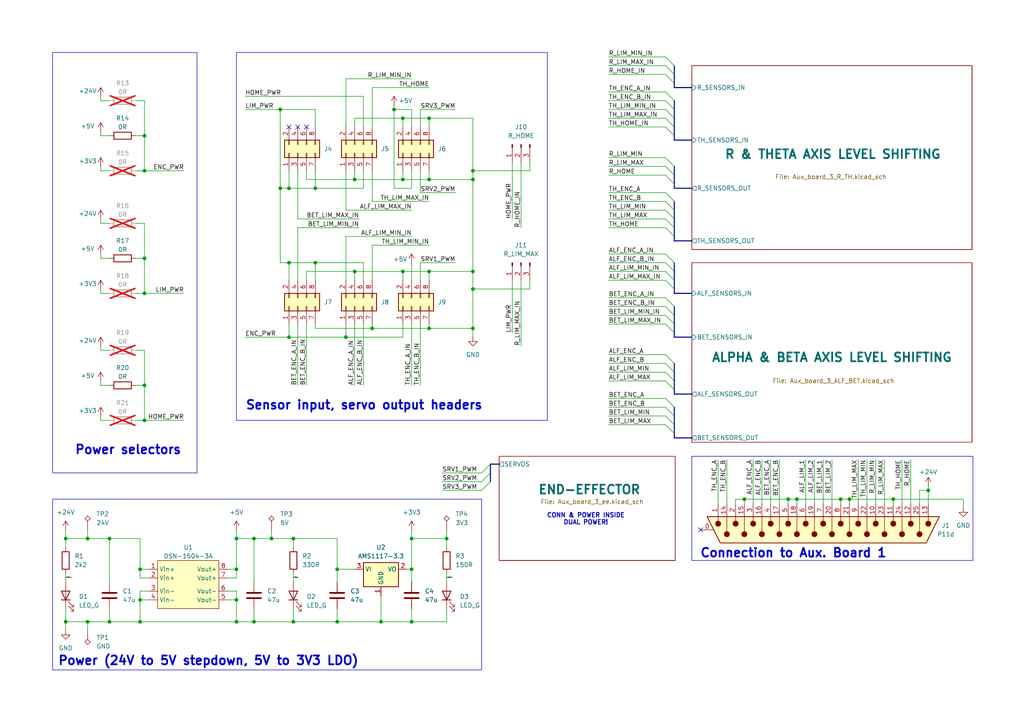
<source format=kicad_sch>
(kicad_sch (version 20231120) (generator "eeschema") (generator_version "8.0")
  (paper "A4")
  (title_block (title "Karcsi (INDACT Robot Arm) - Aux. Control Board 3") (date "2024-05-09") (rev "1.0") (company "LEGO Kör (legokor.hu)") (comment 1 "Designed by Panka Horváth, Gergely Halász, Máté Kovács") (comment 2 "Reviewed by Máté Kovács, "))
  (junction (at 137.16 49.53))
  (junction (at 68.58 156.21))
  (junction (at 31.75 156.21))
  (junction (at 19.05 180.34))
  (junction (at 114.3 31.75))
  (junction (at 259.08 144.78))
  (junction (at 137.16 83.82))
  (junction (at 91.44 54.61))
  (junction (at 215.9 144.78))
  (junction (at 97.79 165.1))
  (junction (at 110.49 180.34))
  (junction (at 41.91 121.92))
  (junction (at 41.91 85.09))
  (junction (at 81.28 54.61))
  (junction (at 243.84 144.78))
  (junction (at 124.46 34.29))
  (junction (at 137.16 52.07))
  (junction (at 85.09 180.34))
  (junction (at 231.14 144.78))
  (junction (at 116.84 78.74))
  (junction (at 228.6 144.78))
  (junction (at 73.66 180.34))
  (junction (at 31.75 180.34))
  (junction (at 41.91 39.37))
  (junction (at 124.46 95.25))
  (junction (at 91.44 76.2))
  (junction (at 73.66 156.21))
  (junction (at 119.38 156.21))
  (junction (at 41.91 49.53))
  (junction (at 19.05 156.21))
  (junction (at 41.91 74.93))
  (junction (at 100.33 97.79))
  (junction (at 102.87 52.07))
  (junction (at 40.64 180.34))
  (junction (at 107.95 95.25))
  (junction (at 124.46 52.07))
  (junction (at 116.84 52.07))
  (junction (at 119.38 180.34))
  (junction (at 97.79 180.34))
  (junction (at 40.64 173.99))
  (junction (at 83.82 54.61))
  (junction (at 129.54 156.21))
  (junction (at 269.24 142.24))
  (junction (at 124.46 78.74))
  (junction (at 137.16 95.25))
  (junction (at 25.4 180.34))
  (junction (at 83.82 76.2))
  (junction (at 137.16 78.74))
  (junction (at 68.58 165.1))
  (junction (at 40.64 165.1))
  (junction (at 81.28 31.75))
  (junction (at 68.58 173.99))
  (junction (at 85.09 156.21))
  (junction (at 68.58 180.34))
  (junction (at 25.4 156.21))
  (junction (at 246.38 144.78))
  (junction (at 78.74 156.21))
  (junction (at 102.87 78.74))
  (junction (at 119.38 165.1))
  (junction (at 116.84 34.29))
  (junction (at 83.82 97.79))
  (junction (at 41.91 111.76))
  (no_connect (at 88.9 36.83))
  (no_connect (at 83.82 36.83))
  (no_connect (at 86.36 36.83))
  (no_connect (at 203.2 153.67))
  (bus_entry (at 193.04 123.19) (size 2.54 2.54))
  (bus_entry (at 193.04 16.51) (size 2.54 2.54))
  (bus_entry (at 139.7 142.24) (size 2.54 -2.54))
  (bus_entry (at 193.04 93.98) (size 2.54 2.54))
  (bus_entry (at 193.04 88.9) (size 2.54 2.54))
  (bus_entry (at 193.04 110.49) (size 2.54 2.54))
  (bus_entry (at 193.04 105.41) (size 2.54 2.54))
  (bus_entry (at 193.04 48.26) (size 2.54 2.54))
  (bus_entry (at 193.04 63.5) (size 2.54 2.54))
  (bus_entry (at 193.04 29.21) (size 2.54 2.54))
  (bus_entry (at 193.04 73.66) (size 2.54 2.54))
  (bus_entry (at 193.04 91.44) (size 2.54 2.54))
  (bus_entry (at 193.04 118.11) (size 2.54 2.54))
  (bus_entry (at 193.04 78.74) (size 2.54 2.54))
  (bus_entry (at 193.04 45.72) (size 2.54 2.54))
  (bus_entry (at 193.04 34.29) (size 2.54 2.54))
  (bus_entry (at 139.7 139.7) (size 2.54 -2.54))
  (bus_entry (at 193.04 21.59) (size 2.54 2.54))
  (bus_entry (at 193.04 60.96) (size 2.54 2.54))
  (bus_entry (at 193.04 81.28) (size 2.54 2.54))
  (bus_entry (at 193.04 58.42) (size 2.54 2.54))
  (bus_entry (at 139.7 137.16) (size 2.54 -2.54))
  (bus_entry (at 193.04 26.67) (size 2.54 2.54))
  (bus_entry (at 193.04 115.57) (size 2.54 2.54))
  (bus_entry (at 193.04 102.87) (size 2.54 2.54))
  (bus_entry (at 193.04 107.95) (size 2.54 2.54))
  (bus_entry (at 193.04 76.2) (size 2.54 2.54))
  (bus_entry (at 193.04 66.04) (size 2.54 2.54))
  (bus_entry (at 193.04 50.8) (size 2.54 2.54))
  (bus_entry (at 193.04 36.83) (size 2.54 2.54))
  (bus_entry (at 193.04 86.36) (size 2.54 2.54))
  (bus_entry (at 193.04 120.65) (size 2.54 2.54))
  (bus_entry (at 193.04 55.88) (size 2.54 2.54))
  (bus_entry (at 193.04 19.05) (size 2.54 2.54))
  (bus_entry (at 193.04 31.75) (size 2.54 2.54))
  (wire (pts (xy 176.53 19.05) (xy 193.04 19.05)))
  (bus (pts (xy 195.58 58.42) (xy 195.58 60.96)))
  (wire (pts (xy 86.36 66.04) (xy 86.36 81.28)))
  (wire (pts (xy 124.46 95.25) (xy 124.46 93.98)))
  (wire (pts (xy 119.38 165.1) (xy 119.38 156.21)))
  (wire (pts (xy 83.82 54.61) (xy 83.82 49.53)))
  (wire (pts (xy 259.08 146.05) (xy 259.08 144.78)))
  (wire (pts (xy 215.9 144.78) (xy 228.6 144.78)))
  (wire (pts (xy 19.05 180.34) (xy 25.4 180.34)))
  (wire (pts (xy 116.84 93.98) (xy 116.84 97.79)))
  (wire (pts (xy 85.09 176.53) (xy 85.09 180.34)))
  (bus (pts (xy 195.58 36.83) (xy 195.58 39.37)))
  (bus (pts (xy 200.66 97.79) (xy 195.58 97.79)))
  (bus (pts (xy 195.58 113.03) (xy 195.58 114.3)))
  (wire (pts (xy 39.37 39.37) (xy 41.91 39.37)))
  (wire (pts (xy 102.87 93.98) (xy 102.87 111.76)))
  (wire (pts (xy 176.53 81.28) (xy 193.04 81.28)))
  (wire (pts (xy 25.4 156.21) (xy 31.75 156.21)))
  (wire (pts (xy 81.28 31.75) (xy 91.44 31.75)))
  (bus (pts (xy 200.66 69.85) (xy 195.58 69.85)))
  (wire (pts (xy 176.53 50.8) (xy 193.04 50.8)))
  (wire (pts (xy 39.37 101.6) (xy 41.91 101.6)))
  (bus (pts (xy 195.58 93.98) (xy 195.58 96.52)))
  (wire (pts (xy 176.53 110.49) (xy 193.04 110.49)))
  (wire (pts (xy 151.13 81.28) (xy 151.13 100.33)))
  (wire (pts (xy 176.53 86.36) (xy 193.04 86.36)))
  (wire (pts (xy 220.98 146.05) (xy 220.98 133.35)))
  (wire (pts (xy 176.53 63.5) (xy 193.04 63.5)))
  (wire (pts (xy 39.37 74.93) (xy 41.91 74.93)))
  (wire (pts (xy 83.82 97.79) (xy 100.33 97.79)))
  (wire (pts (xy 71.12 97.79) (xy 83.82 97.79)))
  (wire (pts (xy 132.08 76.2) (xy 121.92 76.2)))
  (bus (pts (xy 195.58 81.28) (xy 195.58 83.82)))
  (wire (pts (xy 102.87 52.07) (xy 102.87 49.53)))
  (wire (pts (xy 124.46 52.07) (xy 137.16 52.07)))
  (wire (pts (xy 31.75 49.53) (xy 29.21 49.53)))
  (wire (pts (xy 68.58 173.99) (xy 68.58 180.34)))
  (wire (pts (xy 254 133.35) (xy 254 146.05)))
  (wire (pts (xy 68.58 180.34) (xy 73.66 180.34)))
  (wire (pts (xy 105.41 76.2) (xy 105.41 81.28)))
  (bus (pts (xy 195.58 21.59) (xy 195.58 24.13)))
  (wire (pts (xy 243.84 144.78) (xy 246.38 144.78)))
  (wire (pts (xy 102.87 78.74) (xy 102.87 81.28)))
  (wire (pts (xy 116.84 52.07) (xy 102.87 52.07)))
  (wire (pts (xy 81.28 54.61) (xy 81.28 76.2)))
  (bus (pts (xy 142.24 134.62) (xy 142.24 137.16)))
  (wire (pts (xy 246.38 144.78) (xy 259.08 144.78)))
  (wire (pts (xy 266.7 146.05) (xy 266.7 142.24)))
  (wire (pts (xy 213.36 144.78) (xy 215.9 144.78)))
  (wire (pts (xy 241.3 146.05) (xy 241.3 133.35)))
  (wire (pts (xy 176.53 60.96) (xy 193.04 60.96)))
  (wire (pts (xy 31.75 121.92) (xy 29.21 121.92)))
  (wire (pts (xy 148.59 81.28) (xy 148.59 96.52)))
  (wire (pts (xy 261.62 146.05) (xy 261.62 133.35)))
  (wire (pts (xy 128.27 142.24) (xy 139.7 142.24)))
  (wire (pts (xy 43.18 171.45) (xy 40.64 171.45)))
  (wire (pts (xy 83.82 93.98) (xy 83.82 97.79)))
  (bus (pts (xy 195.58 24.13) (xy 195.58 25.4)))
  (wire (pts (xy 119.38 180.34) (xy 129.54 180.34)))
  (bus (pts (xy 195.58 68.58) (xy 195.58 69.85)))
  (wire (pts (xy 269.24 142.24) (xy 269.24 140.97)))
  (bus (pts (xy 195.58 125.73) (xy 195.58 127)))
  (wire (pts (xy 41.91 74.93) (xy 41.91 85.09)))
  (wire (pts (xy 116.84 78.74) (xy 102.87 78.74)))
  (bus (pts (xy 200.66 54.61) (xy 195.58 54.61)))
  (wire (pts (xy 81.28 54.61) (xy 83.82 54.61)))
  (wire (pts (xy 105.41 54.61) (xy 105.41 49.53)))
  (wire (pts (xy 91.44 54.61) (xy 105.41 54.61)))
  (wire (pts (xy 91.44 54.61) (xy 91.44 49.53)))
  (bus (pts (xy 195.58 53.34) (xy 195.58 54.61)))
  (wire (pts (xy 215.9 146.05) (xy 215.9 144.78)))
  (bus (pts (xy 144.78 134.62) (xy 142.24 134.62)))
  (wire (pts (xy 176.53 73.66) (xy 193.04 73.66)))
  (wire (pts (xy 19.05 158.75) (xy 19.05 156.21)))
  (wire (pts (xy 251.46 146.05) (xy 251.46 133.35)))
  (wire (pts (xy 119.38 76.2) (xy 119.38 81.28)))
  (wire (pts (xy 31.75 156.21) (xy 40.64 156.21)))
  (wire (pts (xy 243.84 146.05) (xy 243.84 144.78)))
  (wire (pts (xy 31.75 29.21) (xy 29.21 29.21)))
  (wire (pts (xy 176.53 16.51) (xy 193.04 16.51)))
  (wire (pts (xy 31.75 180.34) (xy 40.64 180.34)))
  (wire (pts (xy 121.92 76.2) (xy 121.92 81.28)))
  (wire (pts (xy 176.53 26.67) (xy 193.04 26.67)))
  (wire (pts (xy 228.6 144.78) (xy 231.14 144.78)))
  (wire (pts (xy 100.33 93.98) (xy 100.33 97.79)))
  (wire (pts (xy 31.75 74.93) (xy 29.21 74.93)))
  (wire (pts (xy 29.21 74.93) (xy 29.21 73.66)))
  (wire (pts (xy 116.84 52.07) (xy 116.84 49.53)))
  (bus (pts (xy 195.58 39.37) (xy 195.58 40.64)))
  (wire (pts (xy 81.28 54.61) (xy 81.28 31.75)))
  (wire (pts (xy 97.79 156.21) (xy 97.79 165.1)))
  (wire (pts (xy 105.41 93.98) (xy 105.41 111.76)))
  (wire (pts (xy 88.9 78.74) (xy 88.9 81.28)))
  (wire (pts (xy 176.53 66.04) (xy 193.04 66.04)))
  (wire (pts (xy 85.09 156.21) (xy 85.09 158.75)))
  (wire (pts (xy 176.53 58.42) (xy 193.04 58.42)))
  (wire (pts (xy 86.36 93.98) (xy 86.36 111.76)))
  (wire (pts (xy 31.75 39.37) (xy 29.21 39.37)))
  (bus (pts (xy 195.58 78.74) (xy 195.58 81.28)))
  (wire (pts (xy 68.58 165.1) (xy 68.58 156.21)))
  (wire (pts (xy 124.46 34.29) (xy 124.46 36.83)))
  (wire (pts (xy 119.38 22.86) (xy 100.33 22.86)))
  (wire (pts (xy 256.54 133.35) (xy 256.54 146.05)))
  (wire (pts (xy 176.53 76.2) (xy 193.04 76.2)))
  (wire (pts (xy 66.04 165.1) (xy 68.58 165.1)))
  (wire (pts (xy 213.36 146.05) (xy 213.36 144.78)))
  (bus (pts (xy 200.66 40.64) (xy 195.58 40.64)))
  (wire (pts (xy 68.58 167.64) (xy 68.58 165.1)))
  (wire (pts (xy 151.13 46.99) (xy 151.13 66.04)))
  (bus (pts (xy 200.66 85.09) (xy 195.58 85.09)))
  (bus (pts (xy 195.58 76.2) (xy 195.58 78.74)))
  (bus (pts (xy 195.58 83.82) (xy 195.58 85.09)))
  (wire (pts (xy 233.68 146.05) (xy 233.68 133.35)))
  (wire (pts (xy 31.75 85.09) (xy 29.21 85.09)))
  (bus (pts (xy 142.24 139.7) (xy 142.24 137.16)))
  (wire (pts (xy 176.53 120.65) (xy 193.04 120.65)))
  (wire (pts (xy 116.84 78.74) (xy 116.84 81.28)))
  (wire (pts (xy 39.37 85.09) (xy 41.91 85.09)))
  (wire (pts (xy 41.91 49.53) (xy 53.34 49.53)))
  (wire (pts (xy 29.21 39.37) (xy 29.21 38.1)))
  (wire (pts (xy 107.95 95.25) (xy 124.46 95.25)))
  (wire (pts (xy 29.21 64.77) (xy 29.21 63.5)))
  (wire (pts (xy 29.21 111.76) (xy 29.21 110.49)))
  (bus (pts (xy 195.58 107.95) (xy 195.58 110.49)))
  (wire (pts (xy 236.22 146.05) (xy 236.22 133.35)))
  (wire (pts (xy 40.64 173.99) (xy 43.18 173.99)))
  (wire (pts (xy 102.87 52.07) (xy 88.9 52.07)))
  (wire (pts (xy 102.87 34.29) (xy 102.87 36.83)))
  (wire (pts (xy 97.79 176.53) (xy 97.79 180.34)))
  (bus (pts (xy 195.58 88.9) (xy 195.58 91.44)))
  (wire (pts (xy 124.46 52.07) (xy 116.84 52.07)))
  (wire (pts (xy 124.46 25.4) (xy 107.95 25.4)))
  (wire (pts (xy 176.53 36.83) (xy 193.04 36.83)))
  (wire (pts (xy 116.84 34.29) (xy 102.87 34.29)))
  (wire (pts (xy 119.38 31.75) (xy 119.38 36.83)))
  (wire (pts (xy 104.14 66.04) (xy 86.36 66.04)))
  (wire (pts (xy 40.64 171.45) (xy 40.64 173.99)))
  (wire (pts (xy 226.06 146.05) (xy 226.06 133.35)))
  (wire (pts (xy 66.04 167.64) (xy 68.58 167.64)))
  (wire (pts (xy 124.46 95.25) (xy 137.16 95.25)))
  (wire (pts (xy 176.53 91.44) (xy 193.04 91.44)))
  (wire (pts (xy 119.38 68.58) (xy 100.33 68.58)))
  (wire (pts (xy 40.64 165.1) (xy 40.64 156.21)))
  (wire (pts (xy 31.75 64.77) (xy 29.21 64.77)))
  (wire (pts (xy 19.05 176.53) (xy 19.05 180.34)))
  (wire (pts (xy 118.11 165.1) (xy 119.38 165.1)))
  (bus (pts (xy 200.66 25.4) (xy 195.58 25.4)))
  (wire (pts (xy 39.37 111.76) (xy 41.91 111.76)))
  (bus (pts (xy 195.58 34.29) (xy 195.58 36.83)))
  (wire (pts (xy 41.91 85.09) (xy 53.34 85.09)))
  (wire (pts (xy 124.46 34.29) (xy 116.84 34.29)))
  (wire (pts (xy 148.59 46.99) (xy 148.59 63.5)))
  (wire (pts (xy 228.6 146.05) (xy 228.6 144.78)))
  (wire (pts (xy 78.74 156.21) (xy 85.09 156.21)))
  (wire (pts (xy 85.09 156.21) (xy 97.79 156.21)))
  (wire (pts (xy 121.92 93.98) (xy 121.92 111.76)))
  (wire (pts (xy 39.37 29.21) (xy 41.91 29.21)))
  (wire (pts (xy 41.91 101.6) (xy 41.91 111.76)))
  (wire (pts (xy 176.53 115.57) (xy 193.04 115.57)))
  (wire (pts (xy 73.66 180.34) (xy 85.09 180.34)))
  (wire (pts (xy 41.91 64.77) (xy 41.91 74.93)))
  (bus (pts (xy 195.58 29.21) (xy 195.58 31.75)))
  (wire (pts (xy 176.53 34.29) (xy 193.04 34.29)))
  (wire (pts (xy 83.82 54.61) (xy 91.44 54.61)))
  (wire (pts (xy 41.91 39.37) (xy 41.91 49.53)))
  (wire (pts (xy 176.53 105.41) (xy 193.04 105.41)))
  (bus (pts (xy 195.58 19.05) (xy 195.58 21.59)))
  (wire (pts (xy 176.53 45.72) (xy 193.04 45.72)))
  (wire (pts (xy 176.53 21.59) (xy 193.04 21.59)))
  (wire (pts (xy 223.52 146.05) (xy 223.52 133.35)))
  (bus (pts (xy 195.58 66.04) (xy 195.58 68.58)))
  (wire (pts (xy 153.67 81.28) (xy 153.67 83.82)))
  (wire (pts (xy 31.75 156.21) (xy 31.75 168.91)))
  (wire (pts (xy 114.3 31.75) (xy 114.3 54.61)))
  (wire (pts (xy 71.12 27.94) (xy 105.41 27.94)))
  (wire (pts (xy 176.53 102.87) (xy 193.04 102.87)))
  (wire (pts (xy 121.92 31.75) (xy 121.92 36.83)))
  (wire (pts (xy 78.74 153.67) (xy 78.74 156.21)))
  (wire (pts (xy 83.82 76.2) (xy 91.44 76.2)))
  (wire (pts (xy 97.79 165.1) (xy 97.79 168.91)))
  (wire (pts (xy 248.92 146.05) (xy 248.92 133.35)))
  (wire (pts (xy 176.53 48.26) (xy 193.04 48.26)))
  (wire (pts (xy 119.38 156.21) (xy 129.54 156.21)))
  (bus (pts (xy 195.58 63.5) (xy 195.58 66.04)))
  (bus (pts (xy 195.58 118.11) (xy 195.58 120.65)))
  (bus (pts (xy 200.66 114.3) (xy 195.58 114.3)))
  (wire (pts (xy 81.28 76.2) (xy 83.82 76.2)))
  (wire (pts (xy 124.46 78.74) (xy 124.46 81.28)))
  (wire (pts (xy 264.16 133.35) (xy 264.16 146.05)))
  (wire (pts (xy 19.05 180.34) (xy 19.05 182.88)))
  (wire (pts (xy 29.21 121.92) (xy 29.21 120.65)))
  (wire (pts (xy 83.82 76.2) (xy 83.82 81.28)))
  (wire (pts (xy 176.53 55.88) (xy 193.04 55.88)))
  (wire (pts (xy 31.75 111.76) (xy 29.21 111.76)))
  (wire (pts (xy 71.12 31.75) (xy 81.28 31.75)))
  (wire (pts (xy 137.16 95.25) (xy 137.16 97.79)))
  (wire (pts (xy 176.53 88.9) (xy 193.04 88.9)))
  (wire (pts (xy 110.49 172.72) (xy 110.49 180.34)))
  (wire (pts (xy 119.38 176.53) (xy 119.38 180.34)))
  (wire (pts (xy 137.16 52.07) (xy 137.16 49.53)))
  (wire (pts (xy 137.16 34.29) (xy 124.46 34.29)))
  (wire (pts (xy 137.16 49.53) (xy 137.16 34.29)))
  (wire (pts (xy 110.49 180.34) (xy 119.38 180.34)))
  (wire (pts (xy 91.44 93.98) (xy 91.44 95.25)))
  (wire (pts (xy 124.46 52.07) (xy 124.46 49.53)))
  (wire (pts (xy 97.79 165.1) (xy 102.87 165.1)))
  (wire (pts (xy 269.24 146.05) (xy 269.24 142.24)))
  (bus (pts (xy 195.58 60.96) (xy 195.58 63.5)))
  (wire (pts (xy 31.75 176.53) (xy 31.75 180.34)))
  (wire (pts (xy 39.37 49.53) (xy 41.91 49.53)))
  (wire (pts (xy 29.21 29.21) (xy 29.21 27.94)))
  (wire (pts (xy 100.33 60.96) (xy 100.33 49.53)))
  (wire (pts (xy 25.4 180.34) (xy 31.75 180.34)))
  (wire (pts (xy 88.9 93.98) (xy 88.9 111.76)))
  (wire (pts (xy 39.37 121.92) (xy 41.91 121.92)))
  (wire (pts (xy 91.44 95.25) (xy 107.95 95.25)))
  (wire (pts (xy 137.16 95.25) (xy 137.16 83.82)))
  (wire (pts (xy 29.21 85.09) (xy 29.21 83.82)))
  (wire (pts (xy 218.44 146.05) (xy 218.44 133.35)))
  (bus (pts (xy 195.58 110.49) (xy 195.58 113.03)))
  (wire (pts (xy 119.38 60.96) (xy 100.33 60.96)))
  (wire (pts (xy 231.14 146.05) (xy 231.14 144.78)))
  (bus (pts (xy 195.58 91.44) (xy 195.58 93.98)))
  (wire (pts (xy 279.4 144.78) (xy 279.4 147.32)))
  (wire (pts (xy 100.33 97.79) (xy 116.84 97.79)))
  (wire (pts (xy 119.38 165.1) (xy 119.38 168.91)))
  (wire (pts (xy 129.54 176.53) (xy 129.54 180.34)))
  (wire (pts (xy 176.53 78.74) (xy 193.04 78.74)))
  (bus (pts (xy 195.58 105.41) (xy 195.58 107.95)))
  (wire (pts (xy 85.09 166.37) (xy 85.09 168.91)))
  (wire (pts (xy 41.91 121.92) (xy 53.34 121.92)))
  (wire (pts (xy 153.67 46.99) (xy 153.67 49.53)))
  (wire (pts (xy 104.14 63.5) (xy 86.36 63.5)))
  (wire (pts (xy 129.54 156.21) (xy 129.54 158.75)))
  (wire (pts (xy 119.38 93.98) (xy 119.38 111.76)))
  (wire (pts (xy 129.54 153.67) (xy 129.54 156.21)))
  (bus (pts (xy 195.58 50.8) (xy 195.58 53.34)))
  (wire (pts (xy 91.44 76.2) (xy 91.44 81.28)))
  (wire (pts (xy 132.08 31.75) (xy 121.92 31.75)))
  (wire (pts (xy 88.9 52.07) (xy 88.9 49.53)))
  (wire (pts (xy 107.95 25.4) (xy 107.95 36.83)))
  (wire (pts (xy 68.58 156.21) (xy 73.66 156.21)))
  (wire (pts (xy 40.64 173.99) (xy 40.64 180.34)))
  (wire (pts (xy 128.27 139.7) (xy 139.7 139.7)))
  (wire (pts (xy 73.66 156.21) (xy 73.66 168.91)))
  (wire (pts (xy 129.54 166.37) (xy 129.54 168.91)))
  (wire (pts (xy 41.91 111.76) (xy 41.91 121.92)))
  (wire (pts (xy 116.84 34.29) (xy 116.84 36.83)))
  (wire (pts (xy 208.28 146.05) (xy 208.28 133.35)))
  (wire (pts (xy 41.91 29.21) (xy 41.91 39.37)))
  (wire (pts (xy 238.76 146.05) (xy 238.76 133.35)))
  (wire (pts (xy 124.46 78.74) (xy 116.84 78.74)))
  (wire (pts (xy 246.38 146.05) (xy 246.38 144.78)))
  (wire (pts (xy 29.21 101.6) (xy 29.21 100.33)))
  (wire (pts (xy 176.53 93.98) (xy 193.04 93.98)))
  (wire (pts (xy 153.67 49.53) (xy 137.16 49.53)))
  (wire (pts (xy 114.3 31.75) (xy 119.38 31.75)))
  (wire (pts (xy 114.3 30.48) (xy 114.3 31.75)))
  (wire (pts (xy 66.04 173.99) (xy 68.58 173.99)))
  (wire (pts (xy 121.92 55.88) (xy 121.92 49.53)))
  (bus (pts (xy 195.58 120.65) (xy 195.58 123.19)))
  (wire (pts (xy 73.66 156.21) (xy 78.74 156.21)))
  (wire (pts (xy 68.58 153.67) (xy 68.58 156.21)))
  (wire (pts (xy 100.33 22.86) (xy 100.33 36.83)))
  (wire (pts (xy 107.95 58.42) (xy 107.95 49.53)))
  (bus (pts (xy 195.58 48.26) (xy 195.58 50.8)))
  (wire (pts (xy 25.4 153.67) (xy 25.4 156.21)))
  (wire (pts (xy 39.37 64.77) (xy 41.91 64.77)))
  (wire (pts (xy 73.66 176.53) (xy 73.66 180.34)))
  (bus (pts (xy 195.58 31.75) (xy 195.58 34.29)))
  (wire (pts (xy 40.64 165.1) (xy 40.64 167.64)))
  (wire (pts (xy 176.53 31.75) (xy 193.04 31.75)))
  (bus (pts (xy 195.58 123.19) (xy 195.58 125.73)))
  (wire (pts (xy 124.46 58.42) (xy 107.95 58.42)))
  (wire (pts (xy 97.79 180.34) (xy 110.49 180.34)))
  (wire (pts (xy 91.44 76.2) (xy 105.41 76.2)))
  (wire (pts (xy 105.41 27.94) (xy 105.41 36.83)))
  (wire (pts (xy 176.53 107.95) (xy 193.04 107.95)))
  (wire (pts (xy 19.05 153.67) (xy 19.05 156.21)))
  (wire (pts (xy 259.08 144.78) (xy 279.4 144.78)))
  (wire (pts (xy 25.4 180.34) (xy 25.4 182.88)))
  (wire (pts (xy 43.18 165.1) (xy 40.64 165.1)))
  (wire (pts (xy 43.18 167.64) (xy 40.64 167.64)))
  (wire (pts (xy 124.46 71.12) (xy 107.95 71.12)))
  (wire (pts (xy 210.82 146.05) (xy 210.82 133.35)))
  (wire (pts (xy 31.75 101.6) (xy 29.21 101.6)))
  (wire (pts (xy 107.95 93.98) (xy 107.95 95.25)))
  (wire (pts (xy 132.08 55.88) (xy 121.92 55.88)))
  (wire (pts (xy 176.53 29.21) (xy 193.04 29.21)))
  (wire (pts (xy 66.04 171.45) (xy 68.58 171.45)))
  (wire (pts (xy 91.44 31.75) (xy 91.44 36.83)))
  (wire (pts (xy 68.58 171.45) (xy 68.58 173.99)))
  (wire (pts (xy 269.24 142.24) (xy 266.7 142.24)))
  (wire (pts (xy 137.16 83.82) (xy 137.16 78.74)))
  (wire (pts (xy 124.46 78.74) (xy 137.16 78.74)))
  (wire (pts (xy 85.09 180.34) (xy 97.79 180.34)))
  (wire (pts (xy 19.05 156.21) (xy 25.4 156.21)))
  (wire (pts (xy 86.36 63.5) (xy 86.36 49.53)))
  (wire (pts (xy 19.05 166.37) (xy 19.05 168.91)))
  (bus (pts (xy 200.66 127) (xy 195.58 127)))
  (wire (pts (xy 29.21 49.53) (xy 29.21 48.26)))
  (wire (pts (xy 176.53 123.19) (xy 193.04 123.19)))
  (wire (pts (xy 100.33 68.58) (xy 100.33 81.28)))
  (bus (pts (xy 195.58 96.52) (xy 195.58 97.79)))
  (wire (pts (xy 107.95 71.12) (xy 107.95 81.28)))
  (wire (pts (xy 153.67 83.82) (xy 137.16 83.82)))
  (wire (pts (xy 119.38 54.61) (xy 119.38 49.53)))
  (wire (pts (xy 102.87 78.74) (xy 88.9 78.74)))
  (wire (pts (xy 128.27 137.16) (xy 139.7 137.16)))
  (wire (pts (xy 114.3 54.61) (xy 119.38 54.61)))
  (wire (pts (xy 176.53 118.11) (xy 193.04 118.11)))
  (wire (pts (xy 137.16 78.74) (xy 137.16 52.07)))
  (wire (pts (xy 119.38 153.67) (xy 119.38 156.21)))
  (wire (pts (xy 40.64 180.34) (xy 68.58 180.34)))
  (wire (pts (xy 231.14 144.78) (xy 243.84 144.78)))
  (rectangle (start 15.24 15.24) (end 57.15 137.16))
  (rectangle (start 200.66 132.334) (end 282.194 162.56))
  (rectangle (start 68.58 15.24) (end 158.75 121.92))
  (rectangle (start 15.24 144.78) (end 139.7 194.31))
  (text "Power (24V to 5V stepdown, 5V to 3V3 LDO)" (at 60.452 191.77 0) (effects (font (size 2.54 2.54) (thickness 0.508) (bold yes))))
  (text "CONN & POWER INSIDE\nDUAL POWER!" (at 169.926 150.622 0) (effects (font (size 1.27 1.27) (thickness 0.254) (bold yes))))
  (text "Connection to Aux. Board 1" (at 230.124 160.528 0) (effects (font (size 2.54 2.54) (thickness 0.508) (bold yes))))
  (text "Power selectors" (at 21.59 132.08 0) (effects (font (size 2.54 2.54) (thickness 0.508) (bold yes)) (justify left bottom)))
  (text "Sensor input, servo output headers" (at 71.12 119.126 0) (effects (font (size 2.54 2.54) (thickness 0.508) (bold yes)) (justify left bottom)))
  (label "SRV3_PWM" (at 128.27 142.24 0))
  (label "BET_LIM_MIN_IN" (at 104.14 66.04 180))
  (label "TH_HOME" (at 124.46 25.4 180))
  (label "R_HOME_IN" (at 151.13 66.04 90))
  (label "SRV2_PWM" (at 132.08 55.88 180))
  (label "SRV1_PWM" (at 128.27 137.16 0))
  (label "TH_HOME" (at 261.62 133.35 270))
  (label "ENC_PWR" (at 53.34 49.53 180))
  (label "BET_LIM_MIN" (at 176.53 120.65 0))
  (label "TH_HOME_IN" (at 176.53 36.83 0))
  (label "LIM_PWR" (at 71.12 31.75 0))
  (label "TH_HOME" (at 176.53 66.04 0))
  (label "ALF_LIM_MIN_IN" (at 176.53 78.74 0))
  (label "LIM_PWR" (at 53.34 85.09 180))
  (label "ALF_LIM_1" (at 233.68 133.35 270))
  (label "ALF_LIM_MAX" (at 176.53 110.49 0))
  (label "TH_ENC_B_IN" (at 121.92 111.76 90))
  (label "SRV1_PWM" (at 132.08 76.2 180))
  (label "HOME_PWR" (at 148.59 63.5 90))
  (label "ALF_LIM_MAX_IN" (at 119.38 60.96 180))
  (label "TH_LIM_MAX_IN" (at 124.46 58.42 180))
  (label "ALF_ENC_A_IN" (at 176.53 73.66 0))
  (label "ALF_ENC_A" (at 176.53 102.87 0))
  (label "TH_ENC_A_IN" (at 119.38 111.76 90))
  (label "TH_ENC_A" (at 176.53 55.88 0))
  (label "TH_LIM_MAX" (at 176.53 63.5 0))
  (label "ALF_LIM_MAX_IN" (at 176.53 81.28 0))
  (label "TH_LIM_MIN" (at 176.53 60.96 0))
  (label "BET_ENC_B" (at 176.53 118.11 0))
  (label "BET_ENC_A_IN" (at 176.53 86.36 0))
  (label "BET_LIM_MIN_IN" (at 176.53 91.44 0))
  (label "BET_LIM_MAX_IN" (at 176.53 93.98 0))
  (label "ENC_PWR" (at 71.12 97.79 0))
  (label "ALF_ENC_A_IN" (at 102.87 111.76 90))
  (label "R_LIM_MAX" (at 256.54 133.35 270))
  (label "TH_LIM_MAX_IN" (at 176.53 34.29 0))
  (label "TH_ENC_B_IN" (at 176.53 29.21 0))
  (label "BET_ENC_A_IN" (at 86.36 111.76 90))
  (label "BET_LIM_2" (at 241.3 133.35 270))
  (label "BET_ENC_B" (at 226.06 133.35 270))
  (label "BET_ENC_A" (at 176.53 115.57 0))
  (label "R_LIM_MAX_IN" (at 151.13 100.33 90))
  (label "ALF_ENC_B" (at 176.53 105.41 0))
  (label "BET_ENC_B_IN" (at 88.9 111.76 90))
  (label "BET_LIM_1" (at 238.76 133.35 270))
  (label "HOME_PWR" (at 71.12 27.94 0))
  (label "BET_LIM_MAX_IN" (at 104.14 63.5 180))
  (label "R_LIM_MIN_IN" (at 119.38 22.86 180))
  (label "ALF_LIM_2" (at 236.22 133.35 270))
  (label "LED33_A" (at 129.54 167.64 0) (effects (font (size 0.254 0.254))))
  (label "HOME_PWR" (at 53.34 121.92 180))
  (label "LIM_PWR" (at 148.59 96.52 90))
  (label "TH_LIM_MIN_IN" (at 124.46 71.12 180))
  (label "TH_ENC_A_IN" (at 176.53 26.67 0))
  (label "R_LIM_MIN_IN" (at 176.53 16.51 0))
  (label "LED24_A" (at 19.05 167.64 0) (effects (font (size 0.254 0.254))))
  (label "R_LIM_MAX" (at 176.53 48.26 0))
  (label "R_HOME" (at 176.53 50.8 0))
  (label "R_LIM_MIN" (at 254 133.35 270))
  (label "TH_ENC_B" (at 176.53 58.42 0))
  (label "SRV2_PWM" (at 128.27 139.7 0))
  (label "TH_LIM_MAX" (at 248.92 133.35 270))
  (label "ALF_LIM_MIN" (at 176.53 107.95 0))
  (label "TH_ENC_A" (at 208.28 133.35 270))
  (label "BET_LIM_MAX" (at 176.53 123.19 0))
  (label "R_HOME" (at 264.16 133.35 270))
  (label "ALF_LIM_MIN_IN" (at 119.38 68.58 180))
  (label "BET_ENC_A" (at 223.52 133.35 270))
  (label "SRV3_PWM" (at 132.08 31.75 180))
  (label "R_LIM_MIN" (at 176.53 45.72 0))
  (label "R_HOME_IN" (at 176.53 21.59 0))
  (label "ALF_ENC_A" (at 218.44 133.35 270))
  (label "TH_LIM_MIN" (at 251.46 133.35 270))
  (label "TH_LIM_MIN_IN" (at 176.53 31.75 0))
  (label "BET_ENC_B_IN" (at 176.53 88.9 0))
  (label "R_LIM_MAX_IN" (at 176.53 19.05 0))
  (label "TH_ENC_B" (at 210.82 133.35 270))
  (label "ALF_ENC_B_IN" (at 105.41 111.76 90))
  (label "ALF_ENC_B" (at 220.98 133.35 270))
  (label "LED5_A" (at 85.09 167.64 0) (effects (font (size 0.254 0.254))))
  (label "ALF_ENC_B_IN" (at 176.53 76.2 0))
  (symbol (lib_id "Device:R") (at 35.56 111.76 90) (unit 1)
    (property "Reference" "R20" (at 35.56 106.68 90))
    (property "Value" "0R" (at 35.56 109.22 90))
    (property "Footprint" "Resistor_SMD:R_0805_2012Metric_Pad1.20x1.40mm_HandSolder" (effects (hide yes)))
    (property "Description" "Resistor" (effects (hide yes)))
    (property "Supplier" "LCSC" (effects (hide yes)))
    (property "Supplier URL" "https://www.lcsc.com/product-detail/Chip-Resistor-Surface-Mount_Viking-Tech-CR-05FL7-0R_C304192.html" (effects (hide yes)))
    (property "Supplier item no" "C304192" (effects (hide yes)))
    (property "Sourced" "0" (effects (hide yes)))
  )
  (symbol (lib_id "Device:C") (at 119.38 172.72 0) (unit 1)
    (property "Reference" "C4" (at 123.19 171.4499 0) (effects (justify left)))
    (property "Value" "47u" (at 123.19 173.9899 0) (effects (justify left)))
    (property "Footprint" "Capacitor_SMD:C_0805_2012Metric_Pad1.18x1.45mm_HandSolder" (effects (hide yes)))
    (property "Description" "Unpolarized capacitor" (effects (hide yes)))
    (property "Supplier" "Lomex" (effects (hide yes)))
    (property "Supplier URL" "https://lomex.hu/hu/webshop/#/search,82-11-74/stype,1" (effects (hide yes)))
    (property "Supplier item no" "82-11-74" (effects (hide yes)))
    (property "Sourced" "0" (effects (hide yes)))
  )
  (symbol (lib_id "Connector_Generic:Conn_02x04_Odd_Even") (at 119.38 88.9 90) (unit 1)
    (property "Reference" "J9" (at 127 87.6299 90) (effects (justify right)))
    (property "Footprint" "Connector_PinHeader_2.54mm:PinHeader_2x04_P2.54mm_Horizontal" (effects (hide yes)))
    (property "Description" "Generic connector, double row, 02x04, odd/even pin numbering scheme (row 1 odd numbers, row 2 even numbers), script generated (kicad-library-utils/schlib/autogen/connector/)" (effects (hide yes)))
    (property "Sourced" "0" (effects (hide yes)))
    (property "Supplier" "LCSC" (effects (hide yes)))
    (property "Supplier item no" "C492432" (effects (hide yes)))
  )
  (symbol (lib_id "Device:C") (at 31.75 172.72 0) (unit 1)
    (property "Reference" "C1" (at 35.56 171.4499 0) (effects (justify left)))
    (property "Value" "47u" (at 35.56 173.9899 0) (effects (justify left)))
    (property "Footprint" "Capacitor_SMD:C_0805_2012Metric_Pad1.18x1.45mm_HandSolder" (effects (hide yes)))
    (property "Description" "Unpolarized capacitor" (effects (hide yes)))
    (property "Supplier" "Lomex" (effects (hide yes)))
    (property "Supplier URL" "https://lomex.hu/hu/webshop/#/search,82-11-74/stype,1" (effects (hide yes)))
    (property "Supplier item no" "82-11-74" (effects (hide yes)))
    (property "Sourced" "0" (effects (hide yes)))
  )
  (symbol (lib_id "Device:LED") (at 85.09 172.72 90) (unit 1)
    (property "Reference" "D2" (at 88.9 173.0374 90) (effects (justify right)))
    (property "Value" "LED_G" (at 88.9 175.5774 90) (effects (justify right)))
    (property "Footprint" "LED_SMD:LED_0805_2012Metric_Pad1.15x1.40mm_HandSolder" (effects (hide yes)))
    (property "Datasheet" "https://mm.digikey.com/Volume0/opasdata/d220001/medias/docus/3804/B1701NG--20D000314U1930.pdf" (effects (hide yes)))
    (property "Description" "Light emitting diode" (effects (hide yes)))
    (property "Supplier" "DigiKey" (effects (hide yes)))
    (property "Supplier URL" "https://www.digikey.hu/hu/products/detail/harvatek-corporation/B1701NG-20D000314U1930/16671738" (effects (hide yes)))
    (property "Supplier item no" "3147-B1701NG--20D000314U1930CT-ND" (effects (hide yes)))
    (property "Sourced" "1" (effects (hide yes)))
  )
  (symbol (lib_id "power:+24V") (at 29.21 27.94 0) (unit 1)
    (property "Reference" "#PWR09" (effects (hide yes)))
    (property "Value" "+24V" (at 25.4 26.416 0))
    (property "Description" "Power symbol creates a global label with name \"+24V\"" (effects (hide yes)))
  )
  (symbol (lib_id "power:+5V") (at 119.38 76.2 0) (unit 1)
    (property "Reference" "#PWR040" (effects (hide yes)))
    (property "Value" "+5V" (at 116.078 75.184 0))
    (property "Description" "Power symbol creates a global label with name \"+5V\"" (effects (hide yes)))
  )
  (symbol (lib_id "power:+5V") (at 114.3 30.48 0) (unit 1)
    (property "Reference" "#PWR039" (effects (hide yes)))
    (property "Value" "+5V" (at 117.602 29.21 0))
    (property "Description" "Power symbol creates a global label with name \"+5V\"" (effects (hide yes)))
  )
  (symbol (lib_id "Connector:TestPoint_Alt") (at 25.4 153.67 0) (unit 1)
    (property "Reference" "TP2" (at 27.94 149.0979 0) (effects (justify left)))
    (property "Value" "24V" (at 27.94 151.6379 0) (effects (justify left)))
    (property "Footprint" "TestPoint:TestPoint_Pad_2.0x2.0mm" (effects (hide yes)))
    (property "Description" "test point (alternative shape)" (effects (hide yes)))
    (property "Supplier" "-" (effects (hide yes)))
    (property "Supplier URL" "-" (effects (hide yes)))
    (property "Supplier item no" "-" (effects (hide yes)))
    (property "Sourced" "-" (effects (hide yes)))
  )
  (symbol (lib_id "Device:R") (at 35.56 49.53 90) (unit 1) (dnp yes)
    (property "Reference" "R15" (at 35.56 44.45 90))
    (property "Value" "0R" (at 35.56 46.99 90))
    (property "Footprint" "Resistor_SMD:R_0805_2012Metric_Pad1.20x1.40mm_HandSolder" (effects (hide yes)))
    (property "Description" "Resistor" (effects (hide yes)))
    (property "Supplier" "LCSC" (effects (hide yes)))
    (property "Supplier URL" "https://www.lcsc.com/product-detail/Chip-Resistor-Surface-Mount_Viking-Tech-CR-05FL7-0R_C304192.html" (effects (hide yes)))
    (property "Supplier item no" "C304192" (effects (hide yes)))
    (property "Sourced" "0" (effects (hide yes)))
  )
  (symbol (lib_id "Device:R") (at 35.56 121.92 90) (unit 1) (dnp yes)
    (property "Reference" "R21" (at 35.56 116.84 90))
    (property "Value" "0R" (at 35.56 119.38 90))
    (property "Footprint" "Resistor_SMD:R_0805_2012Metric_Pad1.20x1.40mm_HandSolder" (effects (hide yes)))
    (property "Description" "Resistor" (effects (hide yes)))
    (property "Supplier" "LCSC" (effects (hide yes)))
    (property "Supplier URL" "https://www.lcsc.com/product-detail/Chip-Resistor-Surface-Mount_Viking-Tech-CR-05FL7-0R_C304192.html" (effects (hide yes)))
    (property "Supplier item no" "C304192" (effects (hide yes)))
    (property "Sourced" "0" (effects (hide yes)))
  )
  (symbol (lib_id "power:+24V") (at 19.05 153.67 0) (unit 1)
    (property "Reference" "#PWR01" (effects (hide yes)))
    (property "Value" "+24V" (at 19.05 148.59 0))
    (property "Description" "Power symbol creates a global label with name \"+24V\"" (effects (hide yes)))
  )
  (symbol (lib_id "Device:C") (at 73.66 172.72 0) (unit 1)
    (property "Reference" "C2" (at 77.47 171.4499 0) (effects (justify left)))
    (property "Value" "47u" (at 77.47 173.9899 0) (effects (justify left)))
    (property "Footprint" "Capacitor_SMD:C_0805_2012Metric_Pad1.18x1.45mm_HandSolder" (effects (hide yes)))
    (property "Description" "Unpolarized capacitor" (effects (hide yes)))
    (property "Supplier" "Lomex" (effects (hide yes)))
    (property "Supplier URL" "https://lomex.hu/hu/webshop/#/search,82-11-74/stype,1" (effects (hide yes)))
    (property "Supplier item no" "82-11-74" (effects (hide yes)))
    (property "Sourced" "0" (effects (hide yes)))
  )
  (symbol (lib_id "Regulator_Linear:AMS1117-3.3") (at 110.49 165.1 0) (unit 1)
    (property "Reference" "U2" (at 110.49 158.75 0))
    (property "Value" "AMS1117-3.3" (at 110.49 161.29 0))
    (property "Footprint" "Package_TO_SOT_SMD:SOT-223-3_TabPin2" (effects (hide yes)))
    (property "Datasheet" "http://www.advanced-monolithic.com/pdf/ds1117.pdf" (effects (hide yes)))
    (property "Description" "1A Low Dropout regulator, positive, 3.3V fixed output, SOT-223" (effects (hide yes)))
    (property "Supplier" "LCSC" (effects (hide yes)))
    (property "Supplier URL" "https://www.lcsc.com/product-detail/Linear-Voltage-Regulators-LDO_Advanced-Monolithic-Systems-AMS1117-3-3_C6186.html" (effects (hide yes)))
    (property "Supplier item no" "C6186" (effects (hide yes)))
    (property "Sourced" "0" (effects (hide yes)))
  )
  (symbol (lib_id "Device:LED") (at 129.54 172.72 90) (unit 1)
    (property "Reference" "D3" (at 133.35 173.0374 90) (effects (justify right)))
    (property "Value" "LED_G" (at 133.35 175.5774 90) (effects (justify right)))
    (property "Footprint" "LED_SMD:LED_0805_2012Metric_Pad1.15x1.40mm_HandSolder" (effects (hide yes)))
    (property "Datasheet" "https://mm.digikey.com/Volume0/opasdata/d220001/medias/docus/3804/B1701NG--20D000314U1930.pdf" (effects (hide yes)))
    (property "Description" "Light emitting diode" (effects (hide yes)))
    (property "Supplier" "DigiKey" (effects (hide yes)))
    (property "Supplier URL" "https://www.digikey.hu/hu/products/detail/harvatek-corporation/B1701NG-20D000314U1930/16671738" (effects (hide yes)))
    (property "Supplier item no" "3147-B1701NG--20D000314U1930CT-ND" (effects (hide yes)))
    (property "Sourced" "1" (effects (hide yes)))
  )
  (symbol (lib_id "Connector:DB25_Plug_MountingHoles") (at 238.76 153.67 270) (unit 1)
    (property "Reference" "J1" (at 274.32 152.4 90))
    (property "Value" "P11d" (at 274.32 154.94 90))
    (property "Footprint" "Connector_Dsub:DSUB-25_Male_Horizontal_P2.77x2.84mm_EdgePinOffset7.70mm_Housed_MountingHolesOffset9.12mm" (effects (hide yes)))
    (property "Datasheet" " ~" (effects (hide yes)))
    (property "Description" "25-pin male plug pin D-SUB connector, Mounting Hole" (effects (hide yes)))
    (property "Supplier" "LEGOlab" (effects (hide yes)))
    (property "Supplier URL" "-" (effects (hide yes)))
    (property "Supplier item no" "-" (effects (hide yes)))
    (property "Sourced" "1" (effects (hide yes)))
  )
  (symbol (lib_id "power:+5V") (at 29.21 110.49 0) (unit 1)
    (property "Reference" "#PWR017" (effects (hide yes)))
    (property "Value" "+5V" (at 25.4 108.966 0))
    (property "Description" "Power symbol creates a global label with name \"+5V\"" (effects (hide yes)))
  )
  (symbol (lib_id "Connector_Generic:Conn_02x04_Odd_Even") (at 102.87 44.45 90) (unit 1)
    (property "Reference" "J5" (at 110.49 43.1799 90) (effects (justify right)))
    (property "Footprint" "Connector_PinHeader_2.54mm:PinHeader_2x04_P2.54mm_Horizontal" (effects (hide yes)))
    (property "Description" "Generic connector, double row, 02x04, odd/even pin numbering scheme (row 1 odd numbers, row 2 even numbers), script generated (kicad-library-utils/schlib/autogen/connector/)" (effects (hide yes)))
    (property "Sourced" "0" (effects (hide yes)))
    (property "Supplier" "LCSC" (effects (hide yes)))
    (property "Supplier item no" "C492432" (effects (hide yes)))
  )
  (symbol (lib_id "Device:R") (at 85.09 162.56 0) (unit 1)
    (property "Reference" "R2" (at 87.63 161.2899 0) (effects (justify left)))
    (property "Value" "330R" (at 87.63 163.8299 0) (effects (justify left)))
    (property "Footprint" "Resistor_SMD:R_0805_2012Metric_Pad1.20x1.40mm_HandSolder" (effects (hide yes)))
    (property "Description" "Resistor" (effects (hide yes)))
    (property "Supplier" "Lomex" (effects (hide yes)))
    (property "Supplier item no" "81-10-81" (effects (hide yes)))
    (property "Sourced" "1" (effects (hide yes)))
  )
  (symbol (lib_id "power:GND") (at 137.16 97.79 0) (unit 1)
    (property "Reference" "#PWR038" (effects (hide yes)))
    (property "Value" "GND" (at 137.16 102.87 0))
    (property "Description" "Power symbol creates a global label with name \"GND\" , ground" (effects (hide yes)))
  )
  (symbol (lib_id "Device:R") (at 35.56 85.09 90) (unit 1) (dnp yes)
    (property "Reference" "R18" (at 35.56 80.01 90))
    (property "Value" "0R" (at 35.56 82.55 90))
    (property "Footprint" "Resistor_SMD:R_0805_2012Metric_Pad1.20x1.40mm_HandSolder" (effects (hide yes)))
    (property "Description" "Resistor" (effects (hide yes)))
    (property "Supplier" "LCSC" (effects (hide yes)))
    (property "Supplier URL" "https://www.lcsc.com/product-detail/Chip-Resistor-Surface-Mount_Viking-Tech-CR-05FL7-0R_C304192.html" (effects (hide yes)))
    (property "Supplier item no" "C304192" (effects (hide yes)))
    (property "Sourced" "0" (effects (hide yes)))
  )
  (symbol (lib_id "Device:R") (at 35.56 74.93 90) (unit 1)
    (property "Reference" "R17" (at 35.56 69.85 90))
    (property "Value" "0R" (at 35.56 72.39 90))
    (property "Footprint" "Resistor_SMD:R_0805_2012Metric_Pad1.20x1.40mm_HandSolder" (effects (hide yes)))
    (property "Description" "Resistor" (effects (hide yes)))
    (property "Supplier" "LCSC" (effects (hide yes)))
    (property "Supplier URL" "https://www.lcsc.com/product-detail/Chip-Resistor-Surface-Mount_Viking-Tech-CR-05FL7-0R_C304192.html" (effects (hide yes)))
    (property "Supplier item no" "C304192" (effects (hide yes)))
    (property "Sourced" "0" (effects (hide yes)))
  )
  (symbol (lib_id "Connector:Conn_01x03_Pin") (at 151.13 41.91 90) (mirror x) (unit 1)
    (property "Reference" "J10" (at 151.13 36.83 90))
    (property "Value" "R_HOME" (at 151.13 39.37 90))
    (property "Footprint" "Connector_PinHeader_2.54mm:PinHeader_1x03_P2.54mm_Horizontal" (effects (hide yes)))
    (property "Description" "Generic connector, single row, 01x03, script generated" (effects (hide yes)))
  )
  (symbol (lib_id "Connector_Generic:Conn_02x04_Odd_Even") (at 119.38 44.45 90) (unit 1)
    (property "Reference" "J6" (at 127 43.1799 90) (effects (justify right)))
    (property "Footprint" "Connector_PinHeader_2.54mm:PinHeader_2x04_P2.54mm_Horizontal" (effects (hide yes)))
    (property "Description" "Generic connector, double row, 02x04, odd/even pin numbering scheme (row 1 odd numbers, row 2 even numbers), script generated (kicad-library-utils/schlib/autogen/connector/)" (effects (hide yes)))
    (property "Sourced" "0" (effects (hide yes)))
    (property "Supplier" "LCSC" (effects (hide yes)))
    (property "Supplier item no" "C492432" (effects (hide yes)))
  )
  (symbol (lib_id "power:GND") (at 279.4 147.32 0) (unit 1)
    (property "Reference" "#PWR06" (effects (hide yes)))
    (property "Value" "GND" (at 279.4 152.4 0))
    (property "Description" "Power symbol creates a global label with name \"GND\" , ground" (effects (hide yes)))
  )
  (symbol (lib_id "Device:R") (at 35.56 29.21 90) (unit 1) (dnp yes)
    (property "Reference" "R13" (at 35.56 24.13 90))
    (property "Value" "0R" (at 35.56 26.67 90))
    (property "Footprint" "Resistor_SMD:R_0805_2012Metric_Pad1.20x1.40mm_HandSolder" (effects (hide yes)))
    (property "Description" "Resistor" (effects (hide yes)))
    (property "Supplier" "LCSC" (effects (hide yes)))
    (property "Supplier URL" "https://www.lcsc.com/product-detail/Chip-Resistor-Surface-Mount_Viking-Tech-CR-05FL7-0R_C304192.html" (effects (hide yes)))
    (property "Supplier item no" "C304192" (effects (hide yes)))
    (property "Sourced" "0" (effects (hide yes)))
  )
  (symbol (lib_id "Connector:Conn_01x03_Pin") (at 151.13 76.2 90) (mirror x) (unit 1)
    (property "Reference" "J11" (at 151.13 71.12 90))
    (property "Value" "R_LIM_MAX" (at 151.13 73.66 90))
    (property "Footprint" "Connector_PinHeader_2.54mm:PinHeader_1x03_P2.54mm_Horizontal" (effects (hide yes)))
    (property "Description" "Generic connector, single row, 01x03, script generated" (effects (hide yes)))
  )
  (symbol (lib_id "Device:R") (at 35.56 64.77 90) (unit 1) (dnp yes)
    (property "Reference" "R16" (at 35.56 59.69 90))
    (property "Value" "0R" (at 35.56 62.23 90))
    (property "Footprint" "Resistor_SMD:R_0805_2012Metric_Pad1.20x1.40mm_HandSolder" (effects (hide yes)))
    (property "Description" "Resistor" (effects (hide yes)))
    (property "Supplier" "LCSC" (effects (hide yes)))
    (property "Supplier URL" "https://www.lcsc.com/product-detail/Chip-Resistor-Surface-Mount_Viking-Tech-CR-05FL7-0R_C304192.html" (effects (hide yes)))
    (property "Supplier item no" "C304192" (effects (hide yes)))
    (property "Sourced" "0" (effects (hide yes)))
  )
  (symbol (lib_id "power:+3V3") (at 29.21 48.26 0) (unit 1)
    (property "Reference" "#PWR011" (effects (hide yes)))
    (property "Value" "+3V3" (at 25.4 46.736 0))
    (property "Description" "Power symbol creates a global label with name \"+3V3\"" (effects (hide yes)))
  )
  (symbol (lib_id "power:+24V") (at 269.24 140.97 0) (unit 1)
    (property "Reference" "#PWR05" (effects (hide yes)))
    (property "Value" "+24V" (at 269.24 136.906 0))
    (property "Description" "Power symbol creates a global label with name \"+24V\"" (effects (hide yes)))
  )
  (symbol (lib_id "power_modules:DSN-1504-3A") (at 54.61 170.18 0) (unit 1)
    (property "Reference" "U1" (at 54.61 158.75 0))
    (property "Value" "DSN-1504-3A" (at 54.61 161.29 0))
    (property "Footprint" "power_modules:DSN-1504-3A" (effects (hide yes)))
    (property "Datasheet" "https://www.hestore.hu/prod_getfile.php?id=10201" (effects (hide yes)))
    (property "Supplier" "Hestore" (effects (hide yes)))
    (property "Supplier URL" "https://www.hestore.hu/prod_10038118.html" (effects (hide yes)))
    (property "Supplier item no" "100.381.18" (effects (hide yes)))
    (property "Sourced" "0" (effects (hide yes)))
  )
  (symbol (lib_id "Device:R") (at 129.54 162.56 0) (unit 1)
    (property "Reference" "R3" (at 132.08 161.2899 0) (effects (justify left)))
    (property "Value" "150R" (at 132.08 163.8299 0) (effects (justify left)))
    (property "Footprint" "Resistor_SMD:R_0805_2012Metric_Pad1.20x1.40mm_HandSolder" (effects (hide yes)))
    (property "Description" "Resistor" (effects (hide yes)))
    (property "Supplier" "Lomex" (effects (hide yes)))
    (property "Supplier item no" "81-10-77" (effects (hide yes)))
    (property "Sourced" "1" (effects (hide yes)))
  )
  (symbol (lib_id "Connector:TestPoint_Alt") (at 78.74 153.67 0) (unit 1)
    (property "Reference" "TP3" (at 81.28 149.0979 0) (effects (justify left)))
    (property "Value" "5V" (at 81.28 151.6379 0) (effects (justify left)))
    (property "Footprint" "TestPoint:TestPoint_Pad_2.0x2.0mm" (effects (hide yes)))
    (property "Description" "test point (alternative shape)" (effects (hide yes)))
    (property "Supplier" "-" (effects (hide yes)))
    (property "Supplier URL" "-" (effects (hide yes)))
    (property "Supplier item no" "-" (effects (hide yes)))
    (property "Sourced" "-" (effects (hide yes)))
  )
  (symbol (lib_id "power:+3V3") (at 119.38 153.67 0) (unit 1)
    (property "Reference" "#PWR04" (effects (hide yes)))
    (property "Value" "+3V3" (at 119.38 148.59 0))
    (property "Description" "Power symbol creates a global label with name \"+3V3\"" (effects (hide yes)))
  )
  (symbol (lib_id "power:+24V") (at 29.21 100.33 0) (unit 1)
    (property "Reference" "#PWR016" (effects (hide yes)))
    (property "Value" "+24V" (at 25.4 98.806 0))
    (property "Description" "Power symbol creates a global label with name \"+24V\"" (effects (hide yes)))
  )
  (symbol (lib_id "power:+3V3") (at 29.21 83.82 0) (unit 1)
    (property "Reference" "#PWR015" (effects (hide yes)))
    (property "Value" "+3V3" (at 25.4 82.296 0))
    (property "Description" "Power symbol creates a global label with name \"+3V3\"" (effects (hide yes)))
  )
  (symbol (lib_id "Device:R") (at 35.56 101.6 90) (unit 1) (dnp yes)
    (property "Reference" "R19" (at 35.56 96.52 90))
    (property "Value" "0R" (at 35.56 99.06 90))
    (property "Footprint" "Resistor_SMD:R_0805_2012Metric_Pad1.20x1.40mm_HandSolder" (effects (hide yes)))
    (property "Description" "Resistor" (effects (hide yes)))
    (property "Supplier" "LCSC" (effects (hide yes)))
    (property "Supplier URL" "https://www.lcsc.com/product-detail/Chip-Resistor-Surface-Mount_Viking-Tech-CR-05FL7-0R_C304192.html" (effects (hide yes)))
    (property "Supplier item no" "C304192" (effects (hide yes)))
    (property "Sourced" "0" (effects (hide yes)))
  )
  (symbol (lib_id "power:+5V") (at 68.58 153.67 0) (unit 1)
    (property "Reference" "#PWR03" (effects (hide yes)))
    (property "Value" "+5V" (at 68.58 148.59 0))
    (property "Description" "Power symbol creates a global label with name \"+5V\"" (effects (hide yes)))
  )
  (symbol (lib_id "Connector_Generic:Conn_02x04_Odd_Even") (at 102.87 88.9 90) (unit 1)
    (property "Reference" "J8" (at 110.49 87.6299 90) (effects (justify right)))
    (property "Footprint" "Connector_PinHeader_2.54mm:PinHeader_2x04_P2.54mm_Horizontal" (effects (hide yes)))
    (property "Description" "Generic connector, double row, 02x04, odd/even pin numbering scheme (row 1 odd numbers, row 2 even numbers), script generated (kicad-library-utils/schlib/autogen/connector/)" (effects (hide yes)))
    (property "Sourced" "0" (effects (hide yes)))
    (property "Supplier" "LCSC" (effects (hide yes)))
    (property "Supplier item no" "C492432" (effects (hide yes)))
  )
  (symbol (lib_id "power:+24V") (at 29.21 63.5 0) (unit 1)
    (property "Reference" "#PWR013" (effects (hide yes)))
    (property "Value" "+24V" (at 25.4 61.976 0))
    (property "Description" "Power symbol creates a global label with name \"+24V\"" (effects (hide yes)))
  )
  (symbol (lib_id "power:+5V") (at 29.21 38.1 0) (unit 1)
    (property "Reference" "#PWR010" (effects (hide yes)))
    (property "Value" "+5V" (at 25.4 36.576 0))
    (property "Description" "Power symbol creates a global label with name \"+5V\"" (effects (hide yes)))
  )
  (symbol (lib_id "power:+3V3") (at 29.21 120.65 0) (unit 1)
    (property "Reference" "#PWR018" (effects (hide yes)))
    (property "Value" "+3V3" (at 25.4 119.126 0))
    (property "Description" "Power symbol creates a global label with name \"+3V3\"" (effects (hide yes)))
  )
  (symbol (lib_id "Connector_Generic:Conn_02x04_Odd_Even") (at 86.36 88.9 90) (unit 1)
    (property "Reference" "J7" (at 93.98 87.6299 90) (effects (justify right)))
    (property "Footprint" "Connector_PinHeader_2.54mm:PinHeader_2x04_P2.54mm_Horizontal" (effects (hide yes)))
    (property "Description" "Generic connector, double row, 02x04, odd/even pin numbering scheme (row 1 odd numbers, row 2 even numbers), script generated (kicad-library-utils/schlib/autogen/connector/)" (effects (hide yes)))
    (property "Sourced" "0" (effects (hide yes)))
    (property "Supplier" "LCSC" (effects (hide yes)))
    (property "Supplier item no" "C492432" (effects (hide yes)))
  )
  (symbol (lib_id "Device:LED") (at 19.05 172.72 90) (unit 1)
    (property "Reference" "D1" (at 22.86 173.0374 90) (effects (justify right)))
    (property "Value" "LED_G" (at 22.86 175.5774 90) (effects (justify right)))
    (property "Footprint" "LED_SMD:LED_0805_2012Metric_Pad1.15x1.40mm_HandSolder" (effects (hide yes)))
    (property "Datasheet" "https://mm.digikey.com/Volume0/opasdata/d220001/medias/docus/3804/B1701NG--20D000314U1930.pdf" (effects (hide yes)))
    (property "Description" "Light emitting diode" (effects (hide yes)))
    (property "Supplier" "DigiKey" (effects (hide yes)))
    (property "Supplier URL" "https://www.digikey.hu/hu/products/detail/harvatek-corporation/B1701NG-20D000314U1930/16671738" (effects (hide yes)))
    (property "Supplier item no" "3147-B1701NG--20D000314U1930CT-ND" (effects (hide yes)))
    (property "Sourced" "1" (effects (hide yes)))
  )
  (symbol (lib_id "power:+5V") (at 29.21 73.66 0) (unit 1)
    (property "Reference" "#PWR014" (effects (hide yes)))
    (property "Value" "+5V" (at 25.4 72.136 0))
    (property "Description" "Power symbol creates a global label with name \"+5V\"" (effects (hide yes)))
  )
  (symbol (lib_id "Connector:TestPoint_Alt") (at 25.4 182.88 180) (unit 1)
    (property "Reference" "TP1" (at 27.94 184.9119 0) (effects (justify right)))
    (property "Value" "GND" (at 27.94 187.4519 0) (effects (justify right)))
    (property "Footprint" "TestPoint:TestPoint_Pad_2.0x2.0mm" (effects (hide yes)))
    (property "Description" "test point (alternative shape)" (effects (hide yes)))
    (property "Supplier" "-" (effects (hide yes)))
    (property "Supplier URL" "-" (effects (hide yes)))
    (property "Supplier item no" "-" (effects (hide yes)))
    (property "Sourced" "-" (effects (hide yes)))
  )
  (symbol (lib_id "Connector:TestPoint_Alt") (at 129.54 153.67 0) (unit 1)
    (property "Reference" "TP4" (at 132.08 149.0979 0) (effects (justify left)))
    (property "Value" "3V3" (at 132.08 151.6379 0) (effects (justify left)))
    (property "Footprint" "TestPoint:TestPoint_Pad_2.0x2.0mm" (effects (hide yes)))
    (property "Description" "test point (alternative shape)" (effects (hide yes)))
    (property "Supplier" "-" (effects (hide yes)))
    (property "Supplier URL" "-" (effects (hide yes)))
    (property "Supplier item no" "-" (effects (hide yes)))
    (property "Sourced" "-" (effects (hide yes)))
  )
  (symbol (lib_id "Device:R") (at 35.56 39.37 90) (unit 1)
    (property "Reference" "R14" (at 35.56 34.29 90))
    (property "Value" "0R" (at 35.56 36.83 90))
    (property "Footprint" "Resistor_SMD:R_0805_2012Metric_Pad1.20x1.40mm_HandSolder" (effects (hide yes)))
    (property "Description" "Resistor" (effects (hide yes)))
    (property "Supplier" "LCSC" (effects (hide yes)))
    (property "Supplier URL" "https://www.lcsc.com/product-detail/Chip-Resistor-Surface-Mount_Viking-Tech-CR-05FL7-0R_C304192.html" (effects (hide yes)))
    (property "Supplier item no" "C304192" (effects (hide yes)))
    (property "Sourced" "0" (effects (hide yes)))
  )
  (symbol (lib_id "Device:C") (at 97.79 172.72 0) (unit 1)
    (property "Reference" "C3" (at 101.6 171.4499 0) (effects (justify left)))
    (property "Value" "47u" (at 101.6 173.9899 0) (effects (justify left)))
    (property "Footprint" "Capacitor_SMD:C_0805_2012Metric_Pad1.18x1.45mm_HandSolder" (effects (hide yes)))
    (property "Description" "Unpolarized capacitor" (effects (hide yes)))
    (property "Supplier" "Lomex" (effects (hide yes)))
    (property "Supplier URL" "https://lomex.hu/hu/webshop/#/search,82-11-74/stype,1" (effects (hide yes)))
    (property "Supplier item no" "82-11-74" (effects (hide yes)))
    (property "Sourced" "0" (effects (hide yes)))
  )
  (symbol (lib_id "Connector_Generic:Conn_02x04_Odd_Even") (at 86.36 44.45 90) (unit 1)
    (property "Reference" "J4" (at 93.98 43.1799 90) (effects (justify right)))
    (property "Footprint" "Connector_PinHeader_2.54mm:PinHeader_2x04_P2.54mm_Horizontal" (effects (hide yes)))
    (property "Description" "Generic connector, double row, 02x04, odd/even pin numbering scheme (row 1 odd numbers, row 2 even numbers), script generated (kicad-library-utils/schlib/autogen/connector/)" (effects (hide yes)))
    (property "Sourced" "0" (effects (hide yes)))
    (property "Supplier" "LCSC" (effects (hide yes)))
    (property "Supplier item no" "C492432" (effects (hide yes)))
  )
  (symbol (lib_id "Device:R") (at 19.05 162.56 0) (unit 1)
    (property "Reference" "R1" (at 21.59 161.2899 0) (effects (justify left)))
    (property "Value" "2k2" (at 21.59 163.8299 0) (effects (justify left)))
    (property "Footprint" "Resistor_SMD:R_0805_2012Metric_Pad1.20x1.40mm_HandSolder" (effects (hide yes)))
    (property "Description" "Resistor" (effects (hide yes)))
    (property "Supplier" "Lomex" (effects (hide yes)))
    (property "Supplier URL" "https://lomex.hu/hu/webshop/#page,0/search,81-10-91/stype,1" (effects (hide yes)))
    (property "Supplier item no" "81-10-91" (effects (hide yes)))
    (property "Sourced" "1" (effects (hide yes)))
  )
  (symbol (lib_id "power:GND") (at 19.05 182.88 0) (unit 1)
    (property "Reference" "#PWR02" (effects (hide yes)))
    (property "Value" "GND" (at 19.05 187.96 0))
    (property "Description" "Power symbol creates a global label with name \"GND\" , ground" (effects (hide yes)))
  )
  (sheet (at 200.66 19.05) (size 81.28 53.34) (stroke (width 0.1524))
    (property "Sheetname" "R & THETA AXIS LEVEL SHIFTING" (at 241.554 44.704 0) (effects (font (size 2.54 2.54) (bold yes))))
    (property "Sheetfile" "Aux_board_3_R_TH.kicad_sch" (at 224.79 50.546 0) (effects (justify left top)))
    (pin "R_SENSORS_OUT" output (at 200.66 54.61 180))
    (pin "TH_SENSORS_OUT" output (at 200.66 69.85 180))
    (pin "R_SENSORS_IN" input (at 200.66 25.4 180))
    (pin "TH_SENSORS_IN" input (at 200.66 40.64 180))
  )
  (sheet (at 200.66 76.2) (size 81.28 52.07) (stroke (width 0.1524))
    (property "Sheetname" "ALPHA & BETA AXIS LEVEL SHIFTING" (at 241.3 103.632 0) (effects (font (size 2.54 2.54) (bold yes))))
    (property "Sheetfile" "Aux_board_3_ALF_BET.kicad_sch" (at 224.028 109.728 0) (effects (justify left top)))
    (pin "ALF_SENSORS_IN" input (at 200.66 85.09 180))
    (pin "BET_SENSORS_IN" input (at 200.66 97.79 180))
    (pin "ALF_SENSORS_OUT" output (at 200.66 114.3 180))
    (pin "BET_SENSORS_OUT" output (at 200.66 127 180))
  )
  (sheet (at 144.78 132.334) (size 51.054 30.226) (stroke (width 0.1524))
    (property "Sheetname" "END-EFFECTOR" (at 170.942 141.986 0) (effects (font (size 2.54 2.54) (bold yes))))
    (property "Sheetfile" "Aux_board_3_ee.kicad_sch" (at 156.718 144.78 0) (effects (justify left top)))
    (pin "SERVOS" output (at 144.78 134.62 180))
  )
)
</source>
